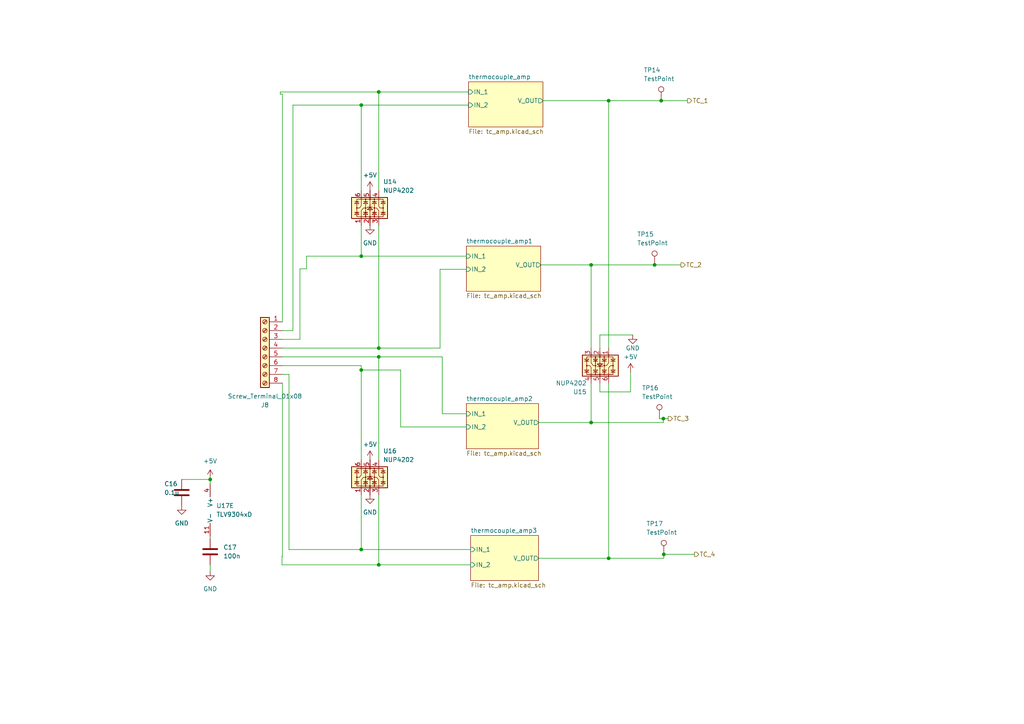
<source format=kicad_sch>
(kicad_sch (version 20230121) (generator eeschema)
  (paper "A4")
  (lib_symbols
    (symbol "Amplifier_Operational:TLV9304xD" (pin_names (offset 0.127))
      (property "Reference" "U" (at 0 5.08 0))
      (property "Value" "TLV9304xD" (at 0 -5.08 0))
      (symbol "TLV9304xD_1_1"
        (polyline (pts (xy -5.08 5.08) (xy 5.08 0) (xy -5.08 -5.08) (xy -5.08 5.08)) (stroke (width 0.254)) (fill (type background)))
        (pin output line (at 7.62 0 180) (length 2.54) (name "~") (number "1"))
        (pin input line (at -7.62 -2.54 0) (length 2.54) (name "-") (number "2"))
        (pin input line (at -7.62 2.54 0) (length 2.54) (name "+") (number "3"))
      )
      (symbol "TLV9304xD_2_1"
        (polyline (pts (xy -5.08 5.08) (xy 5.08 0) (xy -5.08 -5.08) (xy -5.08 5.08)) (stroke (width 0.254)) (fill (type background)))
        (pin input line (at -7.62 2.54 0) (length 2.54) (name "+") (number "5"))
        (pin input line (at -7.62 -2.54 0) (length 2.54) (name "-") (number "6"))
        (pin output line (at 7.62 0 180) (length 2.54) (name "~") (number "7"))
      )
      (symbol "TLV9304xD_3_1"
        (polyline (pts (xy -5.08 5.08) (xy 5.08 0) (xy -5.08 -5.08) (xy -5.08 5.08)) (stroke (width 0.254)) (fill (type background)))
        (pin input line (at -7.62 2.54 0) (length 2.54) (name "+") (number "10"))
        (pin output line (at 7.62 0 180) (length 2.54) (name "~") (number "8"))
        (pin input line (at -7.62 -2.54 0) (length 2.54) (name "-") (number "9"))
      )
      (symbol "TLV9304xD_4_1"
        (polyline (pts (xy -5.08 5.08) (xy 5.08 0) (xy -5.08 -5.08) (xy -5.08 5.08)) (stroke (width 0.254)) (fill (type background)))
        (pin input line (at -7.62 2.54 0) (length 2.54) (name "+") (number "12"))
        (pin input line (at -7.62 -2.54 0) (length 2.54) (name "-") (number "13"))
        (pin output line (at 7.62 0 180) (length 2.54) (name "~") (number "14"))
      )
      (symbol "TLV9304xD_5_1"
        (pin power_in line (at -2.54 -7.62 90) (length 3.81) (name "V-") (number "11"))
        (pin power_in line (at -2.54 7.62 270) (length 3.81) (name "V+") (number "4"))
      )
    )
    (symbol "Connector:Screw_Terminal_01x08" (pin_names (offset 1.016) hide)
      (property "Reference" "J" (at 0 10.16 0))
      (property "Value" "Screw_Terminal_01x08" (at 0 -12.7 0))
      (symbol "Screw_Terminal_01x08_1_1"
        (rectangle (start -1.27 8.89) (end 1.27 -11.43) (stroke (width 0.254)) (fill (type background)))
        (circle (center 0 -10.16) (radius 0.635) (stroke (width 0.1524)))
        (circle (center 0 -7.62) (radius 0.635) (stroke (width 0.1524)))
        (circle (center 0 -5.08) (radius 0.635) (stroke (width 0.1524)))
        (circle (center 0 -2.54) (radius 0.635) (stroke (width 0.1524)))
        (polyline (pts (xy -0.5334 -9.8298) (xy 0.3302 -10.668)) (stroke (width 0.1524)))
        (polyline (pts (xy -0.5334 -7.2898) (xy 0.3302 -8.128)) (stroke (width 0.1524)))
        (polyline (pts (xy -0.5334 -4.7498) (xy 0.3302 -5.588)) (stroke (width 0.1524)))
        (polyline (pts (xy -0.5334 -2.2098) (xy 0.3302 -3.048)) (stroke (width 0.1524)))
        (polyline (pts (xy -0.5334 0.3302) (xy 0.3302 -0.508)) (stroke (width 0.1524)))
        (polyline (pts (xy -0.5334 2.8702) (xy 0.3302 2.032)) (stroke (width 0.1524)))
        (polyline (pts (xy -0.5334 5.4102) (xy 0.3302 4.572)) (stroke (width 0.1524)))
        (polyline (pts (xy -0.5334 7.9502) (xy 0.3302 7.112)) (stroke (width 0.1524)))
        (polyline (pts (xy -0.3556 -9.652) (xy 0.508 -10.4902)) (stroke (width 0.1524)))
        (polyline (pts (xy -0.3556 -7.112) (xy 0.508 -7.9502)) (stroke (width 0.1524)))
        (polyline (pts (xy -0.3556 -4.572) (xy 0.508 -5.4102)) (stroke (width 0.1524)))
        (polyline (pts (xy -0.3556 -2.032) (xy 0.508 -2.8702)) (stroke (width 0.1524)))
        (polyline (pts (xy -0.3556 0.508) (xy 0.508 -0.3302)) (stroke (width 0.1524)))
        (polyline (pts (xy -0.3556 3.048) (xy 0.508 2.2098)) (stroke (width 0.1524)))
        (polyline (pts (xy -0.3556 5.588) (xy 0.508 4.7498)) (stroke (width 0.1524)))
        (polyline (pts (xy -0.3556 8.128) (xy 0.508 7.2898)) (stroke (width 0.1524)))
        (circle (center 0 0) (radius 0.635) (stroke (width 0.1524)))
        (circle (center 0 2.54) (radius 0.635) (stroke (width 0.1524)))
        (circle (center 0 5.08) (radius 0.635) (stroke (width 0.1524)))
        (circle (center 0 7.62) (radius 0.635) (stroke (width 0.1524)))
        (pin passive line (at -5.08 7.62 0) (length 3.81) (name "Pin_1") (number "1"))
        (pin passive line (at -5.08 5.08 0) (length 3.81) (name "Pin_2") (number "2"))
        (pin passive line (at -5.08 2.54 0) (length 3.81) (name "Pin_3") (number "3"))
        (pin passive line (at -5.08 0 0) (length 3.81) (name "Pin_4") (number "4"))
        (pin passive line (at -5.08 -2.54 0) (length 3.81) (name "Pin_5") (number "5"))
        (pin passive line (at -5.08 -5.08 0) (length 3.81) (name "Pin_6") (number "6"))
        (pin passive line (at -5.08 -7.62 0) (length 3.81) (name "Pin_7") (number "7"))
        (pin passive line (at -5.08 -10.16 0) (length 3.81) (name "Pin_8") (number "8"))
      )
    )
    (symbol "Connector:TestPoint" (pin_numbers hide) (pin_names (offset 0.762) hide)
      (property "Reference" "TP" (at 0 6.858 0))
      (property "Value" "TestPoint" (at 0 5.08 0))
      (symbol "TestPoint_0_1"
        (circle (center 0 3.302) (radius 0.762))
      )
      (symbol "TestPoint_1_1"
        (pin passive line (at 0 0 90) (length 2.54) (name "1") (number "1"))
      )
    )
    (symbol "Device:C" (pin_numbers hide) (pin_names (offset 0.254))
      (property "Reference" "C" (at 0.635 2.54 0))
      (property "Value" "C" (at 0.635 -2.54 0))
      (symbol "C_0_1"
        (polyline (pts (xy -2.032 -0.762) (xy 2.032 -0.762)) (stroke (width 0.508)))
        (polyline (pts (xy -2.032 0.762) (xy 2.032 0.762)) (stroke (width 0.508)))
      )
      (symbol "C_1_1"
        (pin passive line (at 0 3.81 270) (length 2.794) (name "~") (number "1"))
        (pin passive line (at 0 -3.81 90) (length 2.794) (name "~") (number "2"))
      )
    )
    (symbol "Power_Protection:NUP4202"
      (property "Reference" "U" (at -6.985 -2.54 0))
      (property "Value" "NUP4202" (at 6.35 1.27 90))
      (symbol "NUP4202_0_1"
        (rectangle (start -5.334 3.048) (end 5.08 -3.048) (stroke (width 0.254)) (fill (type background)))
        (circle (center -3.81 0) (radius 0.127))
        (circle (center -3.81 0) (radius 0.127))
        (circle (center -1.27 -2.54) (radius 0.127))
        (circle (center -1.27 -2.54) (radius 0.127))
        (circle (center -1.27 0) (radius 0.127))
        (circle (center -1.27 0) (radius 0.127))
        (circle (center -1.27 2.54) (radius 0.127))
        (circle (center -1.27 2.54) (radius 0.127))
        (circle (center 0 -2.54) (radius 0.127))
        (circle (center 0 -2.54) (radius 0.127))
        (polyline (pts (xy -4.445 -1.27) (xy -3.175 -1.27)))
        (polyline (pts (xy -4.445 -1.27) (xy -3.175 -1.27)))
        (polyline (pts (xy -4.445 1.905) (xy -3.175 1.905)))
        (polyline (pts (xy -3.81 -2.54) (xy -3.81 -0.635)))
        (polyline (pts (xy -3.81 -2.54) (xy 3.81 -2.54)))
        (polyline (pts (xy -3.81 -0.635) (xy -3.81 0.635)))
        (polyline (pts (xy -3.81 0.635) (xy -3.81 2.54)))
        (polyline (pts (xy -3.81 2.54) (xy 3.81 2.54)))
        (polyline (pts (xy -3.81 2.54) (xy 3.81 2.54)))
        (polyline (pts (xy -1.905 -1.27) (xy -0.635 -1.27)))
        (polyline (pts (xy -1.905 -1.27) (xy -0.635 -1.27)))
        (polyline (pts (xy -1.905 1.905) (xy -0.635 1.905)))
        (polyline (pts (xy -1.27 -2.54) (xy -1.27 -0.635)))
        (polyline (pts (xy -1.27 -2.54) (xy -1.27 -0.635)))
        (polyline (pts (xy -1.27 0.635) (xy -1.27 -0.635)))
        (polyline (pts (xy -1.27 0.635) (xy -1.27 2.54)))
        (polyline (pts (xy 0 -0.889) (xy 0 -3.81)))
        (polyline (pts (xy 0 -0.889) (xy 0 1.016)))
        (polyline (pts (xy 0 -0.889) (xy 0 1.016)))
        (polyline (pts (xy 0 1.016) (xy 0 3.81)))
        (polyline (pts (xy 0.635 -1.27) (xy 1.905 -1.27)))
        (polyline (pts (xy 0.635 -1.27) (xy 1.905 -1.27)))
        (polyline (pts (xy 0.635 1.905) (xy 1.905 1.905)))
        (polyline (pts (xy 1.27 -2.54) (xy 1.27 -0.635)))
        (polyline (pts (xy 1.27 -2.54) (xy 1.27 -0.635)))
        (polyline (pts (xy 1.27 0.635) (xy 1.27 -0.635)))
        (polyline (pts (xy 1.27 0.635) (xy 1.27 2.54)))
        (polyline (pts (xy 3.175 -1.27) (xy 4.445 -1.27)))
        (polyline (pts (xy 3.175 -1.27) (xy 4.445 -1.27)))
        (polyline (pts (xy 3.175 1.905) (xy 4.445 1.905)))
        (polyline (pts (xy 3.81 -2.54) (xy 3.81 -0.635)))
        (polyline (pts (xy 3.81 0.635) (xy 3.81 -0.635)))
        (polyline (pts (xy 3.81 0.635) (xy 3.81 2.54)))
        (polyline (pts (xy 0.762 0.254) (xy -0.762 0.254) (xy -0.762 0)))
        (polyline (pts (xy -4.445 -1.905) (xy -3.175 -1.905) (xy -3.81 -1.27) (xy -4.445 -1.905)))
        (polyline (pts (xy -4.445 1.27) (xy -3.175 1.27) (xy -3.81 1.905) (xy -4.445 1.27)))
        (polyline (pts (xy -2.54 -3.81) (xy -2.54 -0.762) (xy -1.905 0) (xy -1.27 0)))
        (polyline (pts (xy -2.54 3.81) (xy -2.54 0.635) (xy -3.048 0) (xy -3.937 0)))
        (polyline (pts (xy -1.905 -1.905) (xy -0.635 -1.905) (xy -1.27 -1.27) (xy -1.905 -1.905)))
        (polyline (pts (xy -1.905 1.27) (xy -0.635 1.27) (xy -1.27 1.905) (xy -1.905 1.27)))
        (polyline (pts (xy -0.762 -0.508) (xy 0.762 -0.508) (xy 0 0.254) (xy -0.762 -0.508)))
        (polyline (pts (xy -0.762 -0.508) (xy 0.762 -0.508) (xy 0 0.254) (xy -0.762 -0.508)))
        (polyline (pts (xy 0.635 -1.905) (xy 1.905 -1.905) (xy 1.27 -1.27) (xy 0.635 -1.905)))
        (polyline (pts (xy 0.635 1.27) (xy 1.905 1.27) (xy 1.27 1.905) (xy 0.635 1.27)))
        (polyline (pts (xy 2.54 -3.81) (xy 2.54 -0.762) (xy 1.905 0) (xy 1.143 0)))
        (polyline (pts (xy 2.54 3.81) (xy 2.54 0.508) (xy 2.921 0) (xy 3.81 0)))
        (polyline (pts (xy 3.175 -1.905) (xy 4.445 -1.905) (xy 3.81 -1.27) (xy 3.175 -1.905)))
        (polyline (pts (xy 3.175 1.27) (xy 4.445 1.27) (xy 3.81 1.905) (xy 3.175 1.27)))
        (circle (center 0 2.54) (radius 0.127))
        (circle (center 0 2.54) (radius 0.127))
        (circle (center 1.27 -2.54) (radius 0.127))
        (circle (center 1.27 -2.54) (radius 0.127))
        (circle (center 1.27 0) (radius 0.127))
        (circle (center 1.27 0) (radius 0.127))
        (circle (center 1.27 2.54) (radius 0.127))
        (circle (center 1.27 2.54) (radius 0.127))
        (circle (center 3.81 0) (radius 0.127))
        (circle (center 3.81 0) (radius 0.127))
      )
      (symbol "NUP4202_1_1"
        (pin passive line (at -2.54 -5.08 90) (length 2.54) (name "~") (number "1"))
        (pin passive line (at 0 -5.08 90) (length 2.54) (name "~") (number "2"))
        (pin passive line (at 2.54 -5.08 90) (length 2.54) (name "~") (number "3"))
        (pin passive line (at 2.54 5.08 270) (length 2.54) (name "~") (number "4"))
        (pin passive line (at 0 5.08 270) (length 2.54) (name "~") (number "5"))
        (pin passive line (at -2.54 5.08 270) (length 2.54) (name "~") (number "6"))
      )
    )
    (symbol "power:+5V" (power) (pin_names (offset 0))
      (property "Value" "+5V" (at 0 3.556 0))
      (symbol "+5V_0_1"
        (polyline (pts (xy -0.762 1.27) (xy 0 2.54)))
        (polyline (pts (xy 0 0) (xy 0 2.54)))
        (polyline (pts (xy 0 2.54) (xy 0.762 1.27)))
      )
      (symbol "+5V_1_1"
        (pin power_in line (at 0 0 90) (length 0) hide (name "+5V") (number "1"))
      )
    )
    (symbol "power:GND" (power) (pin_names (offset 0))
      (property "Value" "GND" (at 0 -3.81 0))
      (symbol "GND_0_1"
        (polyline (pts (xy 0 0) (xy 0 -1.27) (xy 1.27 -1.27) (xy 0 -2.54) (xy -1.27 -1.27) (xy 0 -1.27)))
      )
      (symbol "GND_1_1"
        (pin power_in line (at 0 0 270) (length 0) hide (name "GND") (number "1"))
      )
    )
  )
  (junction (at 171.45 122.555))
  (junction (at 104.775 107.315))
  (junction (at 109.855 100.965))
  (junction (at 109.855 103.505))
  (junction (at 189.865 76.835))
  (junction (at 176.53 161.925))
  (junction (at 192.532 160.782))
  (junction (at 109.855 26.67))
  (junction (at 60.96 139.065))
  (junction (at 104.775 74.295))
  (junction (at 171.45 76.835))
  (junction (at 192.405 121.412))
  (junction (at 109.855 163.83))
  (junction (at 191.77 29.21))
  (junction (at 104.775 159.385))
  (junction (at 176.53 29.21))
  (junction (at 104.775 30.48))
  (wire (pts (xy 171.45 76.835) (xy 189.865 76.835)))
  (wire (pts (xy 171.45 111.125) (xy 171.45 122.555)))
  (wire (pts (xy 109.855 65.405) (xy 109.855 100.965)))
  (wire (pts (xy 83.82 159.385) (xy 83.82 108.585)))
  (wire (pts (xy 84.963 30.48) (xy 84.963 95.885)))
  (wire (pts (xy 88.9 74.295) (xy 104.775 74.295)))
  (wire (pts (xy 81.915 27.305) (xy 81.915 93.345)))
  (wire (pts (xy 156.21 122.555) (xy 171.45 122.555)))
  (wire (pts (xy 104.775 143.51) (xy 104.775 159.385)))
  (wire (pts (xy 109.855 26.67) (xy 135.89 26.67)))
  (wire (pts (xy 109.855 103.505) (xy 128.27 103.505)))
  (wire (pts (xy 81.915 103.505) (xy 109.855 103.505)))
  (wire (pts (xy 135.255 78.105) (xy 127.635 78.105)))
  (wire (pts (xy 81.788 163.83) (xy 109.855 163.83)))
  (wire (pts (xy 81.28 26.67) (xy 109.855 26.67)))
  (wire (pts (xy 176.53 29.21) (xy 176.53 100.965)))
  (wire (pts (xy 88.9 77.978) (xy 86.995 77.978)))
  (wire (pts (xy 128.27 120.015) (xy 128.27 103.505)))
  (wire (pts (xy 104.775 159.385) (xy 83.82 159.385)))
  (wire (pts (xy 86.995 77.978) (xy 86.995 98.425)))
  (wire (pts (xy 81.915 106.045) (xy 104.775 106.045)))
  (wire (pts (xy 81.28 26.67) (xy 81.28 27.305)))
  (wire (pts (xy 171.45 76.835) (xy 171.45 100.965)))
  (wire (pts (xy 84.963 30.48) (xy 104.775 30.48)))
  (wire (pts (xy 176.53 29.21) (xy 191.77 29.21)))
  (wire (pts (xy 104.775 107.315) (xy 104.775 106.045)))
  (wire (pts (xy 104.775 74.295) (xy 135.255 74.295)))
  (wire (pts (xy 109.855 26.67) (xy 109.855 55.245)))
  (wire (pts (xy 81.788 161.417) (xy 81.915 161.417)))
  (wire (pts (xy 191.77 29.21) (xy 199.39 29.21)))
  (wire (pts (xy 182.88 113.665) (xy 182.88 107.95)))
  (wire (pts (xy 104.775 30.48) (xy 135.89 30.48)))
  (wire (pts (xy 81.788 161.417) (xy 81.788 163.83)))
  (wire (pts (xy 173.99 111.125) (xy 173.99 113.665)))
  (wire (pts (xy 176.53 111.125) (xy 176.53 161.925)))
  (wire (pts (xy 60.96 163.83) (xy 60.96 165.735)))
  (wire (pts (xy 104.775 30.48) (xy 104.775 55.245)))
  (wire (pts (xy 83.82 108.585) (xy 81.915 108.585)))
  (wire (pts (xy 60.96 138.811) (xy 60.96 139.065)))
  (wire (pts (xy 183.515 97.155) (xy 173.99 97.155)))
  (wire (pts (xy 104.775 65.405) (xy 104.775 74.295)))
  (wire (pts (xy 109.855 100.965) (xy 81.915 100.965)))
  (wire (pts (xy 52.705 139.065) (xy 60.96 139.065)))
  (wire (pts (xy 157.48 29.21) (xy 176.53 29.21)))
  (wire (pts (xy 60.96 139.065) (xy 60.96 140.335)))
  (wire (pts (xy 84.963 95.885) (xy 81.915 95.885)))
  (wire (pts (xy 173.99 113.665) (xy 182.88 113.665)))
  (wire (pts (xy 192.532 161.925) (xy 192.532 160.782)))
  (wire (pts (xy 135.255 120.015) (xy 128.27 120.015)))
  (wire (pts (xy 192.405 122.555) (xy 192.405 121.412)))
  (wire (pts (xy 81.28 27.305) (xy 81.915 27.305)))
  (wire (pts (xy 173.99 97.155) (xy 173.99 100.965)))
  (wire (pts (xy 104.775 159.385) (xy 136.525 159.385)))
  (wire (pts (xy 192.405 121.412) (xy 191.262 121.412)))
  (wire (pts (xy 81.915 161.417) (xy 81.915 111.125)))
  (wire (pts (xy 109.855 163.83) (xy 136.525 163.83)))
  (wire (pts (xy 127.635 78.105) (xy 127.635 100.965)))
  (wire (pts (xy 86.995 98.425) (xy 81.915 98.425)))
  (wire (pts (xy 104.775 107.315) (xy 104.775 133.35)))
  (wire (pts (xy 88.9 77.978) (xy 88.9 74.295)))
  (wire (pts (xy 109.855 143.51) (xy 109.855 163.83)))
  (wire (pts (xy 156.21 161.925) (xy 176.53 161.925)))
  (wire (pts (xy 176.53 161.925) (xy 192.532 161.925)))
  (wire (pts (xy 116.205 123.825) (xy 135.255 123.825)))
  (wire (pts (xy 189.865 76.835) (xy 197.485 76.835)))
  (wire (pts (xy 192.532 160.782) (xy 201.422 160.782)))
  (wire (pts (xy 104.775 107.315) (xy 116.205 107.315)))
  (wire (pts (xy 127.635 100.965) (xy 109.855 100.965)))
  (wire (pts (xy 116.205 107.315) (xy 116.205 123.825)))
  (wire (pts (xy 60.96 155.575) (xy 60.96 156.21)))
  (wire (pts (xy 192.405 121.412) (xy 193.802 121.412)))
  (wire (pts (xy 156.845 76.835) (xy 171.45 76.835)))
  (wire (pts (xy 171.45 122.555) (xy 192.405 122.555)))
  (wire (pts (xy 109.855 103.505) (xy 109.855 133.35)))
  (hierarchical_label "TC_2" (shape output) (at 197.485 76.835 0))
  (hierarchical_label "TC_1" (shape output) (at 199.39 29.21 0))
  (hierarchical_label "TC_3" (shape output) (at 193.802 121.412 0))
  (hierarchical_label "TC_4" (shape output) (at 201.422 160.782 0))
  (symbol (lib_id "power:+5V") (at 107.315 133.35 0) (unit 1)
    (property "Reference" "#PWR061" (effects hide))
    (property "Value" "+5V" (at 107.315 128.905 0))
  )
  (symbol (lib_id "power:+5V") (at 182.88 107.95 0) (unit 1)
    (property "Reference" "#PWR060" (effects hide))
    (property "Value" "+5V" (at 182.88 103.505 0))
  )
  (symbol (lib_id "power:GND") (at 60.96 165.735 0) (unit 1)
    (property "Reference" "#PWR065" (effects hide))
    (property "Value" "GND" (at 60.96 170.815 0))
  )
  (symbol (lib_id "Amplifier_Operational:TLV9304xD") (at 63.5 147.955 0) (unit 5)
    (property "Reference" "U17" (at 62.738 146.685 0) (effects (justify left)))
    (property "Value" "TLV9304xD" (at 62.738 149.225 0) (effects (justify left)))
    (property "Footprint" "Package_SO:SO-14_3.9x8.65mm_P1.27mm" (effects hide))
    (property "Datasheet" "https://www.ti.com/lit/ds/symlink/tlv9304.pdf" (effects hide))
  )
  (symbol (lib_id "Device:C") (at 60.96 160.02 180) (unit 1)
    (property "Reference" "C17" (at 64.77 158.75 0) (effects (justify right)))
    (property "Value" "100n" (at 64.77 161.29 0) (effects (justify right)))
    (property "Footprint" "Capacitor_SMD:C_1206_3216Metric" (effects hide))
  )
  (symbol (lib_id "Connector:TestPoint") (at 192.532 160.782 0) (unit 1)
    (property "Reference" "TP17" (at 187.452 151.892 0) (effects (justify left)))
    (property "Value" "TestPoint" (at 187.452 154.432 0) (effects (justify left)))
    (property "Footprint" "TestPoint:TestPoint_Pad_D2.0mm" (effects hide))
  )
  (symbol (lib_id "Power_Protection:NUP4202") (at 107.315 60.325 0) (unit 1)
    (property "Reference" "U14" (at 111.125 52.705 0) (effects (justify left)))
    (property "Value" "NUP4202" (at 111.125 55.245 0) (effects (justify left)))
    (property "Footprint" "Package_TO_SOT_SMD:SOT-363_SC-70-6" (effects hide))
    (property "Datasheet" "http://www.onsemi.com/pub_link/Collateral/NUP4202W1-D.PDF" (effects hide))
  )
  (symbol (lib_id "power:+5V") (at 60.96 138.811 0) (unit 1)
    (property "Reference" "#PWR062" (effects hide))
    (property "Value" "+5V" (at 60.96 133.731 0))
  )
  (symbol (lib_id "Device:C") (at 52.705 142.875 180) (unit 1)
    (property "Reference" "C16" (at 47.625 140.335 0) (effects (justify right)))
    (property "Value" "0.1u" (at 47.625 142.875 0) (effects (justify right)))
    (property "Footprint" "Capacitor_SMD:C_1206_3216Metric" (effects hide))
  )
  (symbol (lib_id "power:GND") (at 107.315 143.51 0) (unit 1)
    (property "Reference" "#PWR063" (effects hide))
    (property "Value" "GND" (at 107.315 148.59 0))
  )
  (symbol (lib_id "Power_Protection:NUP4202") (at 107.315 138.43 0) (unit 1)
    (property "Reference" "U16" (at 111.125 130.81 0) (effects (justify left)))
    (property "Value" "NUP4202" (at 111.125 133.35 0) (effects (justify left)))
    (property "Footprint" "Package_TO_SOT_SMD:SOT-363_SC-70-6" (effects hide))
    (property "Datasheet" "http://www.onsemi.com/pub_link/Collateral/NUP4202W1-D.PDF" (effects hide))
  )
  (symbol (lib_id "Power_Protection:NUP4202") (at 173.99 106.045 180) (unit 1)
    (property "Reference" "U15" (at 170.18 113.665 0) (effects (justify left)))
    (property "Value" "NUP4202" (at 170.18 111.125 0) (effects (justify left)))
    (property "Footprint" "Package_TO_SOT_SMD:SOT-363_SC-70-6" (effects hide))
    (property "Datasheet" "http://www.onsemi.com/pub_link/Collateral/NUP4202W1-D.PDF" (effects hide))
  )
  (symbol (lib_id "power:GND") (at 183.515 97.155 0) (unit 1)
    (property "Reference" "#PWR059" (effects hide))
    (property "Value" "GND" (at 183.515 100.965 0))
  )
  (symbol (lib_id "Connector:TestPoint") (at 189.865 76.835 0) (unit 1)
    (property "Reference" "TP15" (at 184.785 67.945 0) (effects (justify left)))
    (property "Value" "TestPoint" (at 184.785 70.485 0) (effects (justify left)))
    (property "Footprint" "TestPoint:TestPoint_Pad_D2.0mm" (effects hide))
  )
  (symbol (lib_id "power:+5V") (at 107.315 55.245 0) (unit 1)
    (property "Reference" "#PWR057" (effects hide))
    (property "Value" "+5V" (at 107.315 50.8 0))
  )
  (symbol (lib_id "power:GND") (at 107.315 65.405 0) (unit 1)
    (property "Reference" "#PWR058" (effects hide))
    (property "Value" "GND" (at 107.315 70.485 0))
  )
  (symbol (lib_id "Connector:TestPoint") (at 191.262 121.412 0) (unit 1)
    (property "Reference" "TP16" (at 186.182 112.522 0) (effects (justify left)))
    (property "Value" "TestPoint" (at 186.182 115.062 0) (effects (justify left)))
    (property "Footprint" "TestPoint:TestPoint_Pad_D2.0mm" (effects hide))
  )
  (symbol (lib_id "Connector:TestPoint") (at 191.77 29.21 0) (unit 1)
    (property "Reference" "TP14" (at 186.69 20.32 0) (effects (justify left)))
    (property "Value" "TestPoint" (at 186.69 22.86 0) (effects (justify left)))
    (property "Footprint" "TestPoint:TestPoint_Pad_D2.0mm" (effects hide))
  )
  (symbol (lib_id "Connector:Screw_Terminal_01x08") (at 76.835 100.965 0) (mirror y) (unit 1)
    (property "Reference" "J8" (at 76.835 117.475 0))
    (property "Value" "Screw_Terminal_01x08" (at 76.835 114.935 0))
    (property "Footprint" "terminal blocks:P-2604-1108" (effects hide))
  )
  (symbol (lib_id "power:GND") (at 52.705 146.685 0) (unit 1)
    (property "Reference" "#PWR064" (effects hide))
    (property "Value" "GND" (at 52.705 151.765 0))
  )
  (sheet (at 135.255 117.094) (size 20.955 13.081) (stroke (width 0.1524)) (fill (color 255 255 194 1.0000))
    (property "Sheetname" "thermocouple_amp2" (at 135.255 116.3824 0) (effects (justify left bottom)))
    (property "Sheetfile" "tc_amp.kicad_sch" (at 135.255 130.7596 0) (effects (justify left top)))
    (pin "IN_1" input (at 135.255 120.015 180))
    (pin "IN_2" input (at 135.255 123.825 180))
    (pin "V_OUT" output (at 156.21 122.555 0))
  )
  (sheet (at 135.89 23.749) (size 21.59 13.081) (stroke (width 0.1524)) (fill (color 255 255 194 1.0000))
    (property "Sheetname" "thermocouple_amp" (at 135.89 23.0374 0) (effects (justify left bottom)))
    (property "Sheetfile" "tc_amp.kicad_sch" (at 135.89 37.4146 0) (effects (justify left top)))
    (pin "IN_1" input (at 135.89 26.67 180))
    (pin "IN_2" input (at 135.89 30.48 180))
    (pin "V_OUT" output (at 157.48 29.21 0))
  )
  (sheet (at 135.255 71.374) (size 21.59 13.081) (stroke (width 0.1524)) (fill (color 255 255 194 1.0000))
    (property "Sheetname" "thermocouple_amp1" (at 135.255 70.6624 0) (effects (justify left bottom)))
    (property "Sheetfile" "tc_amp.kicad_sch" (at 135.255 85.0396 0) (effects (justify left top)))
    (pin "IN_1" input (at 135.255 74.295 180))
    (pin "IN_2" input (at 135.255 78.105 180))
    (pin "V_OUT" output (at 156.845 76.835 0))
  )
  (sheet (at 136.525 155.321) (size 19.685 13.081) (stroke (width 0.1524)) (fill (color 255 255 194 1.0000))
    (property "Sheetname" "thermocouple_amp3" (at 136.525 154.6094 0) (effects (justify left bottom)))
    (property "Sheetfile" "tc_amp.kicad_sch" (at 136.525 168.9866 0) (effects (justify left top)))
    (pin "IN_1" input (at 136.525 159.385 180))
    (pin "IN_2" input (at 136.525 163.83 180))
    (pin "V_OUT" output (at 156.21 161.925 0))
  )
)
</source>
